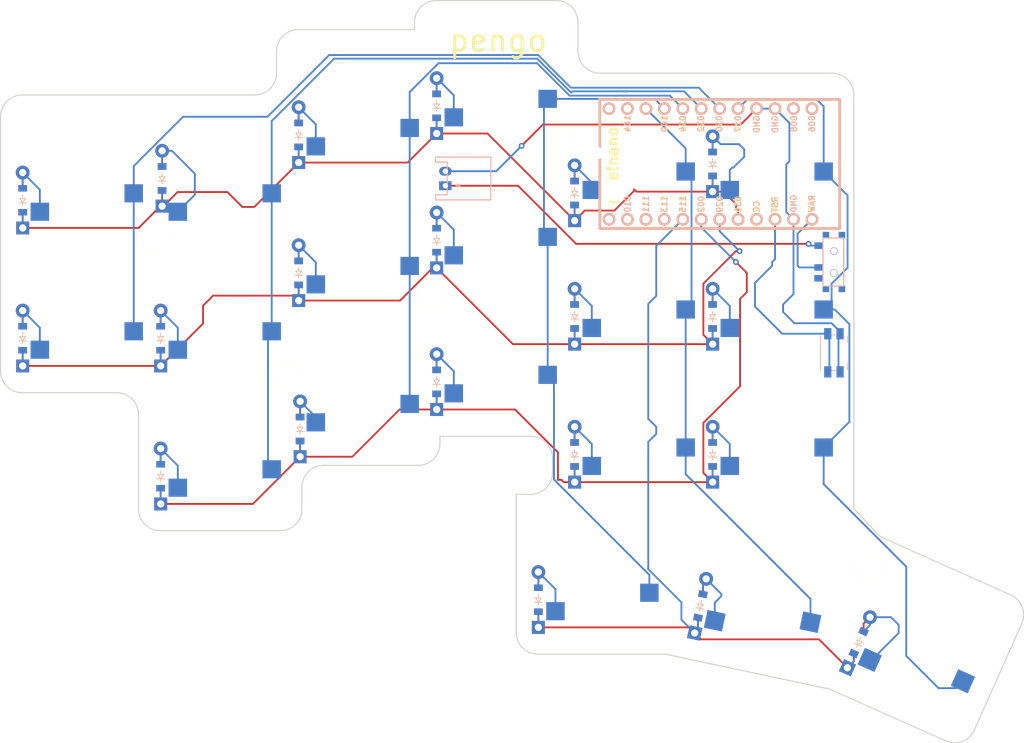
<source format=kicad_pcb>
(kicad_pcb (version 20240108) (generator "pcbnew") (generator_version "8.0")
  (title_block (title "left") (rev "v1.0.0") (company "Unknown"))
  (layers (0 "F.Cu" signal) (31 "B.Cu" signal) (34 "B.Paste" user) (35 "F.Paste" user) (36 "B.SilkS" user "B.Silkscreen") (37 "F.SilkS" user "F.Silkscreen") (38 "B.Mask" user) (39 "F.Mask" user) (44 "Edge.Cuts" user))
  (net 0 "")
  (net 1 "P020")
  (net 2 "outer_home")
  (net 3 "outer_top")
  (net 4 "P022")
  (net 5 "pinky_bottom")
  (net 6 "pinky_home")
  (net 7 "pinky_top")
  (net 8 "P024")
  (net 9 "ring_bottom")
  (net 10 "ring_home")
  (net 11 "ring_top")
  (net 12 "P100")
  (net 13 "middle_bottom")
  (net 14 "middle_home")
  (net 15 "middle_top")
  (net 16 "P011")
  (net 17 "index_bottom")
  (net 18 "index_home")
  (net 19 "index_top")
  (net 20 "P017")
  (net 21 "inner_bottom")
  (net 22 "inner_home")
  (net 23 "inner_top")
  (net 24 "near_thumb")
  (net 25 "home_thumb")
  (net 26 "far_thumb")
  (net 27 "RAW")
  (net 28 "GND")
  (net 29 "RST")
  (net 30 "VCC")
  (net 31 "P031")
  (net 32 "P029")
  (net 33 "P002")
  (net 34 "P115")
  (net 35 "P113")
  (net 36 "P111")
  (net 37 "P010")
  (net 38 "P009")
  (net 39 "P006")
  (net 40 "P008")
  (net 41 "P104")
  (net 42 "P106")
  (net 43 "pos")
  (footprint "E73:SPDT_C128955" (layer "F.Cu") (at 142.43 72.88 -90)
    (property "Reference" "T1" (hide yes))
    (property "Value" "" (hide yes))
  )
  (footprint "ComboDiode" (layer "F.Cu") (at 125.73 99.38 90)
    (property "Reference" "D11" (hide yes))
    (property "Value" "" (hide yes))
  )
  (footprint "ComboDiode" (layer "F.Cu") (at 30.73 64.38 90)
    (property "Reference" "D2" (hide yes))
    (property "Value" "" (hide yes))
  )
  (footprint "MX" (layer "F.Cu") (at 132.79444 118.519634 168)
    (property "Reference" "S19" (hide yes))
    (property "Value" "" (hide yes))
  )
  (footprint "ComboDiode" (layer "F.Cu") (at 49.93 61.38 90)
    (property "Reference" "D16" (hide yes))
    (property "Value" "" (hide yes))
  )
  (footprint "nice_nano" (layer "F.Cu") (at 125.43 59.38 180)
    (property "Reference" "MCU1" (hide yes))
    (property "Value" "nice_nano" (hide yes))
  )
  (footprint "MX" (layer "F.Cu") (at 133.93 76.88 180)
    (property "Reference" "S16" (hide yes))
    (property "Value" "" (hide yes))
  )
  (footprint "ComboDiode" (layer "F.Cu") (at 125.73 80.38 90)
    (property "Reference" "D12" (hide yes))
    (property "Value" "" (hide yes))
  )
  (footprint "MX" (layer "F.Cu") (at 57.93 79.88 180)
    (property "Reference" "S4" (hide yes))
    (property "Value" "" (hide yes))
  )
  (footprint "MX" (layer "F.Cu") (at 76.93 70.88 180)
    (property "Reference" "S7" (hide yes))
    (property "Value" "" (hide yes))
  )
  (footprint "MX" (layer "F.Cu") (at 76.93 89.88 180)
    (property "Reference" "S6" (hide yes))
    (property "Value" "" (hide yes))
  )
  (footprint "MX" (layer "F.Cu") (at 57.93 60.88 180)
    (property "Reference" "S5" (hide yes))
    (property "Value" "" (hide yes))
  )
  (footprint "ComboDiode" (layer "F.Cu") (at 49.73 83.38 90)
    (property "Reference" "D4" (hide yes))
    (property "Value" "" (hide yes))
  )
  (footprint "ComboDiode" (layer "F.Cu") (at 125.73 59.38 90)
    (property "Reference" "D20" (hide yes))
    (property "Value" "" (hide yes))
  )
  (footprint "MX" (layer "F.Cu") (at 114.93 76.88 180)
    (property "Reference" "S13" (hide yes))
    (property "Value" "" (hide yes))
  )
  (footprint "ComboDiode" (layer "F.Cu") (at 87.73 69.88 90)
    (property "Reference" "D18" (hide yes))
    (property "Value" "" (hide yes))
  )
  (footprint "MX" (layer "F.Cu") (at 114.93 95.88 180)
    (property "Reference" "S12" (hide yes))
    (property "Value" "" (hide yes))
  )
  (footprint "MX" (layer "F.Cu") (at 95.93 47.88 180)
    (property "Reference" "S11" (hide yes))
    (property "Value" "" (hide yes))
  )
  (footprint "MX" (layer "F.Cu") (at 133.93 57.88 180)
    (property "Reference" "S17" (hide yes))
    (property "Value" "" (hide yes))
  )
  (footprint "ComboDiode" (layer "F.Cu") (at 101.73 119.38 90)
    (property "Reference" "D13" (hide yes))
    (property "Value" "" (hide yes))
  )
  (footprint "MX" (layer "F.Cu") (at 109.93 115.88 180)
    (property "Reference" "S18" (hide yes))
    (property "Value" "" (hide yes))
  )
  (footprint "MX" (layer "F.Cu") (at 38.93 60.88 180)
    (property "Reference" "S2" (hide yes))
    (property "Value" "" (hide yes))
  )
  (footprint "ComboDiode" (layer "F.Cu") (at 106.73 99.38 90)
    (property "Reference" "D9" (hide yes))
    (property "Value" "" (hide yes))
  )
  (footprint "MX" (layer "F.Cu") (at 76.93 51.88 180)
    (property "Reference" "S8" (hide yes))
    (property "Value" "" (hide yes))
  )
  (footprint "ComboDiode" (layer "F.Cu") (at 124.045938 120.238275 78)
    (property "Reference" "D14" (hide yes))
    (property "Value" "" (hide yes))
  )
  (footprint "HOLE_M2_TH" (layer "F.Cu") (at 48.93 69.38)
    (property "Reference" "")
    (property "Value" "")
  )
  (footprint "JST_PH_S2B-PH-K_02x2.00mm_Angled" (layer "F.Cu") (at 88.93 61.38 90)
    (property "Reference" "JST1" (hide yes))
    (property "Value" "" (hide yes))
  )
  (footprint "ComboDiode" (layer "F.Cu") (at 145.841129 125.270182 66)
    (property "Reference" "D15" (hide yes))
    (property "Value" "" (hide yes))
  )
  (footprint "MX" (layer "F.Cu") (at 154.75578 125.408014 156)
    (property "Reference" "S20" (hide yes))
    (property "Value" "" (hide yes))
  )
  (footprint "HOLE_M2_TH" (layer "F.Cu") (at 104.93 56.38)
    (property "Reference" "")
    (property "Value" "")
  )
  (footprint "MX" (layer "F.Cu") (at 114.93 57.88 180)
    (property "Reference" "S14" (hide yes))
    (property "Value" "" (hide yes))
  )
  (footprint "ComboDiode" (layer "F.Cu") (at 49.73 102.38 90)
    (property "Reference" "D3" (hide yes))
    (property "Value" "" (hide yes))
  )
  (footprint "HOLE_M2_TH" (layer "F.Cu") (at 66.93 88.38)
    (property "Reference" "")
    (property "Value" "")
  )
  (footprint "MX" (layer "F.Cu") (at 133.93 95.88 180)
    (property "Reference" "S15" (hide yes))
    (property "Value" "" (hide yes))
  )
  (footprint "HOLE_M2_TH" (layer "F.Cu") (at 147.350568 114.995865 -24)
    (property "Reference" "")
    (property "Value" "")
  )
  (footprint "MX" (layer "F.Cu") (at 38.93 79.88 180)
    (property "Reference" "S1" (hide yes))
    (property "Value" "" (hide yes))
  )
  (footprint "MX" (layer "F.Cu") (at 95.93 66.88 180)
    (property "Reference" "S10" (hide yes))
    (property "Value" "" (hide yes))
  )
  (footprint "ComboDiode" (layer "F.Cu") (at 30.73 83.38 90)
    (property "Reference" "D1" (hide yes))
    (property "Value" "" (hide yes))
  )
  (footprint "ComboDiode" (layer "F.Cu") (at 106.73 63.38 90)
    (property "Reference" "D19" (hide yes))
    (property "Value" "" (hide yes))
  )
  (footprint "MX" (layer "F.Cu") (at 57.93 98.88 180)
    (property "Reference" "S3" (hide yes))
    (property "Value" "" (hide yes))
  )
  (footprint "MX" (layer "F.Cu") (at 95.93 85.88 180)
    (property "Reference" "S9" (hide yes))
    (property "Value" "" (hide yes))
  )
  (footprint "ComboDiode" (layer "F.Cu") (at 68.73 74.38 90)
    (property "Reference" "D5" (hide yes))
    (property "Value" "" (hide yes))
  )
  (footprint "Panasonic_EVQPUL_EVQPUC" (layer "F.Cu") (at 142.43 85.38 -90)
    (property "Reference" "B1" (hide yes))
    (property "Value" "Panasonic_EVQPUL_EVQPUC" (hide yes))
  )
  (footprint "HOLE_M2_TH" (layer "F.Cu") (at 86.93 77.38)
    (property "Reference" "")
    (property "Value" "")
  )
  (footprint "ComboDiode" (layer "F.Cu") (at 68.93 95.88 90)
    (property "Reference" "D17" (hide yes))
    (property "Value" "" (hide yes))
  )
  (footprint "ComboDiode" (layer "F.Cu") (at 68.73 55.38 90)
    (property "Reference" "D6" (hide yes))
    (property "Value" "" (hide yes))
  )
  (footprint "ComboDiode" (layer "F.Cu") (at 87.73 51.38 90)
    (property "Reference" "D8" (hide yes))
    (property "Value" "" (hide yes))
  )
  (footprint "ComboDiode" (layer "F.Cu") (at 87.73 89.38 90)
    (property "Reference" "D7" (hide yes))
    (property "Value" "" (hide yes))
  )
  (footprint "ComboDiode" (layer "F.Cu") (at 106.73 80.38 90)
    (property "Reference" "D10" (hide yes))
    (property "Value" "" (hide yes))
  )
  (gr_arc (start 30.68 90.88) (mid 28.55868 90.00132) (end 27.68 87.88) (stroke (width 0.15)) (layer "Edge.Cuts"))
  (gr_line (start 30.68 90.88) (end 43.68 90.88) (stroke (width 0.15)) (layer "Edge.Cuts"))
  (gr_line (start 110.18 46.88) (end 142.18 46.88) (stroke (width 0.15)) (layer "Edge.Cuts"))
  (gr_line (start 88.18 97.88) (end 88.18 96.88) (stroke (width 0.15)) (layer "Edge.Cuts"))
  (gr_arc (start 142.18 46.88) (mid 144.30132 47.75868) (end 145.18 49.88) (stroke (width 0.15)) (layer "Edge.Cuts"))
  (gr_arc (start 149.323035 110.917669) (mid 148.810181 110.622368) (end 148.365275 110.232138) (stroke (width 0.15)) (layer "Edge.Cuts"))
  (gr_line (start 149.323036 110.917668) (end 154.655638 113.322391) (stroke (width 0.15)) (layer "Edge.Cuts"))
  (gr_arc (start 104.18 36.88) (mid 106.30132 37.75868) (end 107.18 39.88) (stroke (width 0.15)) (layer "Edge.Cuts"))
  (gr_line (start 100.68 104.88) (end 98.68 104.88) (stroke (width 0.15)) (layer "Edge.Cuts"))
  (gr_line (start 119.50325 126.940251) (end 141.511571 131.618264) (stroke (width 0.15)) (layer "Edge.Cuts"))
  (gr_line (start 49.68 109.88) (end 66.18 109.88) (stroke (width 0.15)) (layer "Edge.Cuts"))
  (gr_line (start 65.68 43.88) (end 65.68 46.88) (stroke (width 0.15)) (layer "Edge.Cuts"))
  (gr_line (start 98.68 104.88) (end 98.68 123.88) (stroke (width 0.15)) (layer "Edge.Cuts"))
  (gr_arc (start 166.766633 118.71459) (mid 168.347165 120.380123) (end 168.28706 122.675437) (stroke (width 0.15)) (layer "Edge.Cuts"))
  (gr_line (start 88.18 96.88) (end 100.68 96.88) (stroke (width 0.15)) (layer "Edge.Cuts"))
  (gr_arc (start 49.68 109.88) (mid 47.55868 109.00132) (end 46.68 106.88) (stroke (width 0.15)) (layer "Edge.Cuts"))
  (gr_line (start 166.766633 118.714591) (end 154.668676 113.328234) (stroke (width 0.15)) (layer "Edge.Cuts"))
  (gr_line (start 161.779274 137.292164) (end 168.28706 122.675437) (stroke (width 0.15)) (layer "Edge.Cuts"))
  (gr_arc (start 101.68 126.88) (mid 99.55868 126.00132) (end 98.68 123.88) (stroke (width 0.15)) (layer "Edge.Cuts"))
  (gr_arc (start 161.779273 137.292165) (mid 160.113741 138.872696) (end 157.818427 138.812591) (stroke (width 0.15)) (layer "Edge.Cuts"))
  (gr_arc (start 43.68 90.88) (mid 45.80132 91.75868) (end 46.68 93.88) (stroke (width 0.15)) (layer "Edge.Cuts"))
  (gr_arc (start 84.68 39.88) (mid 85.55868 37.75868) (end 87.68 36.88) (stroke (width 0.15)) (layer "Edge.Cuts"))
  (gr_line (start 141.524378 131.558013) (end 157.818427 138.812591) (stroke (width 0.15)) (layer "Edge.Cuts"))
  (gr_line (start 30.68 49.88) (end 62.68 49.88) (stroke (width 0.15)) (layer "Edge.Cuts"))
  (gr_line (start 46.68 93.88) (end 46.68 106.88) (stroke (width 0.15)) (layer "Edge.Cuts"))
  (gr_line (start 27.68 87.88) (end 27.68 52.88) (stroke (width 0.15)) (layer "Edge.Cuts"))
  (gr_line (start 101.68 126.88) (end 119.516057 126.88) (stroke (width 0.15)) (layer "Edge.Cuts"))
  (gr_line (start 145.18 106.866436) (end 145.23 106.88) (stroke (width 0.15)) (layer "Edge.Cuts"))
  (gr_line (start 69.18 106.88) (end 69.18 103.88) (stroke (width 0.15)) (layer "Edge.Cuts"))
  (gr_arc (start 65.68 46.88) (mid 64.80132 49.00132) (end 62.68 49.88) (stroke (width 0.15)) (layer "Edge.Cuts"))
  (gr_line (start 84.68 40.88) (end 68.68 40.88) (stroke (width 0.15)) (layer "Edge.Cuts"))
  (gr_line (start 119.516057 126.88) (end 119.50325 126.940251) (stroke (width 0.15)) (layer "Edge.Cuts"))
  (gr_arc (start 154.668676 113.328233) (mid 154.662154 113.32532) (end 154.655638 113.322391) (stroke (width 0.15)) (layer "Edge.Cuts"))
  (gr_arc (start 69.18 103.88) (mid 70.05868 101.75868) (end 72.18 100.88) (stroke (width 0.15)) (layer "Edge.Cuts"))
  (gr_line (start 103.68 99.88) (end 103.68 101.88) (stroke (width 0.15)) (layer "Edge.Cuts"))
  (gr_arc (start 65.68 43.88) (mid 66.55868 41.75868) (end 68.68 40.88) (stroke (width 0.15)) (layer "Edge.Cuts"))
  (gr_arc (start 69.18 106.88) (mid 68.30132 109.00132) (end 66.18 109.88) (stroke (width 0.15)) (layer "Edge.Cuts"))
  (gr_line (start 145.18 106.866436) (end 145.18 49.88) (stroke (width 0.15)) (layer "Edge.Cuts"))
  (gr_arc (start 27.68 52.88) (mid 28.55868 50.75868) (end 30.68 49.88) (stroke (width 0.15)) (layer "Edge.Cuts"))
  (gr_line (start 141.511571 131.618264) (end 141.524378 131.558013) (stroke (width 0.15)) (layer "Edge.Cuts"))
  (gr_arc (start 110.18 46.88) (mid 108.05868 46.00132) (end 107.18 43.88) (stroke (width 0.15)) (layer "Edge.Cuts"))
  (gr_line (start 107.18 43.88) (end 107.18 39.88) (stroke (width 0.15)) (layer "Edge.Cuts"))
  (gr_line (start 104.18 36.88) (end 87.68 36.88) (stroke (width 0.15)) (layer "Edge.Cuts"))
  (gr_line (start 84.68 39.88) (end 84.68 40.88) (stroke (width 0.15)) (layer "Edge.Cuts"))
  (gr_arc (start 88.18 97.88) (mid 87.30132 100.00132) (end 85.18 100.88) (stroke (width 0.15)) (layer "Edge.Cuts"))
  (gr_arc (start 100.68 96.88) (mid 102.80132 97.75868) (end 103.68 99.88) (stroke (width 0.15)) (layer "Edge.Cuts"))
  (gr_line (start 72.18 100.88) (end 85.18 100.88) (stroke (width 0.15)) (layer "Edge.Cuts"))
  (gr_arc (start 103.68 101.88) (mid 102.80132 104.00132) (end 100.68 104.88) (stroke (width 0.15)) (layer "Edge.Cuts"))
  (gr_line (start 145.23 106.88) (end 148.365275 110.232138) (stroke (width 0.15)) (layer "Edge.Cuts"))
  (gr_text "pengo" (at 89.23 42.38 0) (layer "F.SilkS") (effects (font (size 3 3) (thickness 0.4)) (justify left)))
  (segment (start 46.015 82.42) (end 46.015 63.42) (width 0.25) (layer "B.Cu") (net 1))
  (segment (start 64.43 52.88) (end 72.93 44.38) (width 0.25) (layer "B.Cu") (net 1))
  (segment (start 101.702792 44.38) (end 106.202792 48.88) (width 0.25) (layer "B.Cu") (net 1))
  (segment (start 46.015 63.42) (end 46.015 59.678342) (width 0.25) (layer "B.Cu") (net 1))
  (segment (start 106.202792 48.88) (end 123.82 48.88) (width 0.25) (layer "B.Cu") (net 1))
  (segment (start 123.82 48.88) (end 126.7 51.76) (width 0.25) (layer "B.Cu") (net 1))
  (segment (start 72.93 44.38) (end 101.702792 44.38) (width 0.25) (layer "B.Cu") (net 1))
  (segment (start 52.813342 52.88) (end 64.43 52.88) (width 0.25) (layer "B.Cu") (net 1))
  (segment (start 46.015 59.678342) (end 52.813342 52.88) (width 0.25) (layer "B.Cu") (net 1))
  (segment (start 30.73 81.73) (end 30.73 79.57) (width 0.25) (layer "F.Cu") (net 2))
  (segment (start 33.088 81.928) (end 33.088 84.96) (width 0.25) (layer "B.Cu") (net 2))
  (segment (start 30.73 79.57) (end 30.73 81.73) (width 0.25) (layer "B.Cu") (net 2))
  (segment (start 30.73 79.57) (end 33.088 81.928) (width 0.25) (layer "B.Cu") (net 2))
  (segment (start 30.73 62.73) (end 30.73 60.57) (width 0.25) (layer "F.Cu") (net 3))
  (segment (start 30.73 60.57) (end 33.088 62.928) (width 0.25) (layer "B.Cu") (net 3))
  (segment (start 30.73 60.57) (end 30.73 62.73) (width 0.25) (layer "B.Cu") (net 3))
  (segment (start 33.088 62.928) (end 33.088 65.96) (width 0.25) (layer "B.Cu") (net 3))
  (segment (start 106.29 49.52) (end 106.206396 49.52) (width 0.25) (layer "B.Cu") (net 4))
  (segment (start 113.93 49.38) (end 113.43 49.38) (width 0.25) (layer "B.Cu") (net 4))
  (segment (start 64.505 100.91) (end 64.505 82.93) (width 0.25) (layer "B.Cu") (net 4))
  (segment (start 101.566396 44.88) (end 73.613342 44.88) (width 0.25) (layer "B.Cu") (net 4))
  (segment (start 64.505 82.93) (end 65.015 82.42) (width 0.25) (layer "B.Cu") (net 4))
  (segment (start 73.613342 44.88) (end 65.015 53.478342) (width 0.25) (layer "B.Cu") (net 4))
  (segment (start 113.93 49.38) (end 106.43 49.38) (width 0.25) (layer "B.Cu") (net 4))
  (segment (start 121.78 49.38) (end 113.93 49.38) (width 0.25) (layer "B.Cu") (net 4))
  (segment (start 65.015 101.42) (end 64.505 100.91) (width 0.25) (layer "B.Cu") (net 4))
  (segment (start 106.206396 49.52) (end 101.566396 44.88) (width 0.25) (layer "B.Cu") (net 4))
  (segment (start 65.015 63.42) (end 65.015 82.42) (width 0.25) (layer "B.Cu") (net 4))
  (segment (start 106.43 49.38) (end 106.29 49.52) (width 0.25) (layer "B.Cu") (net 4))
  (segment (start 124.16 51.76) (end 121.78 49.38) (width 0.25) (layer "B.Cu") (net 4))
  (segment (start 65.015 53.478342) (end 65.015 63.42) (width 0.25) (layer "B.Cu") (net 4))
  (segment (start 49.73 100.73) (end 49.73 98.57) (width 0.25) (layer "F.Cu") (net 5))
  (segment (start 49.73 98.57) (end 49.73 100.73) (width 0.25) (layer "B.Cu") (net 5))
  (segment (start 49.73 98.57) (end 52.088 100.928) (width 0.25) (layer "B.Cu") (net 5))
  (segment (start 52.088 100.928) (end 52.088 103.96) (width 0.25) (layer "B.Cu") (net 5))
  (segment (start 49.73 81.73) (end 49.73 79.57) (width 0.25) (layer "F.Cu") (net 6))
  (segment (start 49.73 79.57) (end 52.088 81.928) (width 0.25) (layer "B.Cu") (net 6))
  (segment (start 52.088 81.928) (end 52.088 84.96) (width 0.25) (layer "B.Cu") (net 6))
  (segment (start 49.73 81.73) (end 49.73 79.57) (width 0.25) (layer "B.Cu") (net 6))
  (segment (start 49.93 57.57) (end 49.93 59.73) (width 0.25) (layer "F.Cu") (net 7))
  (segment (start 54.43 63.618) (end 52.088 65.96) (width 0.25) (layer "B.Cu") (net 7))
  (segment (start 51.273684 57.57) (end 54.43 60.726316) (width 0.25) (layer "B.Cu") (net 7))
  (segment (start 49.93 57.57) (end 51.273684 57.57) (width 0.25) (layer "B.Cu") (net 7))
  (segment (start 49.93 59.73) (end 49.93 57.57) (width 0.25) (layer "B.Cu") (net 7))
  (segment (start 54.43 60.726316) (end 54.43 63.618) (width 0.25) (layer "B.Cu") (net 7))
  (segment (start 101.5611 45.5111) (end 87.982242 45.5111) (width 0.25) (layer "B.Cu") (net 8))
  (segment (start 87.982242 45.5111) (end 84.015 49.478342) (width 0.25) (layer "B.Cu") (net 8))
  (segment (start 121.62 51.76) (end 119.83 49.97) (width 0.25) (layer "B.Cu") (net 8))
  (segment (start 106.02 49.97) (end 101.5611 45.5111) (width 0.25) (layer "B.Cu") (net 8))
  (segment (start 84.015 49.478342) (end 84.015 54.42) (width 0.25) (layer "B.Cu") (net 8))
  (segment (start 119.83 49.97) (end 106.02 49.97) (width 0.25) (layer "B.Cu") (net 8))
  (segment (start 84.015 92.42) (end 84.015 73.42) (width 0.25) (layer "B.Cu") (net 8))
  (segment (start 84.015 54.42) (end 84.015 73.42) (width 0.25) (layer "B.Cu") (net 8))
  (segment (start 68.93 94.23) (end 68.93 92.07) (width 0.25) (layer "F.Cu") (net 9))
  (segment (start 68.93 92.07) (end 71.088 94.228) (width 0.25) (layer "B.Cu") (net 9))
  (segment (start 71.088 94.228) (end 71.088 94.96) (width 0.25) (layer "B.Cu") (net 9))
  (segment (start 68.93 92.07) (end 68.93 94.23) (width 0.25) (layer "B.Cu") (net 9))
  (segment (start 68.73 72.73) (end 68.73 70.57) (width 0.25) (layer "F.Cu") (net 10))
  (segment (start 68.73 70.57) (end 68.73 72.73) (width 0.25) (layer "B.Cu") (net 10))
  (segment (start 71.088 72.928) (end 71.088 75.96) (width 0.25) (layer "B.Cu") (net 10))
  (segment (start 68.73 70.57) (end 71.088 72.928) (width 0.25) (layer "B.Cu") (net 10))
  (segment (start 68.73 53.73) (end 68.73 51.57) (width 0.25) (layer "F.Cu") (net 11))
  (segment (start 68.73 51.57) (end 68.73 53.73) (width 0.25) (layer "B.Cu") (net 11))
  (segment (start 71.088 53.928) (end 71.088 56.96) (width 0.25) (layer "B.Cu") (net 11))
  (segment (start 68.73 51.57) (end 71.088 53.928) (width 0.25) (layer "B.Cu") (net 11))
  (segment (start 103.015 69.42) (end 103.015 88.42) (width 0.25) (layer "B.Cu") (net 12))
  (segment (start 119.08 51.76) (end 117.74 50.42) (width 0.25) (layer "B.Cu") (net 12))
  (segment (start 102.505 68.91) (end 103.015 69.42) (width 0.25) (layer "B.Cu") (net 12))
  (segment (start 103.015 88.42) (end 103.882479 89.287479) (width 0.25) (layer "B.Cu") (net 12))
  (segment (start 103.882479 89.287479) (end 103.882479 102.832479) (width 0.25) (layer "B.Cu") (net 12))
  (segment (start 117.015 115.965) (end 117.015 118.42) (width 0.25) (layer "B.Cu") (net 12))
  (segment (start 103.015 50.42) (end 102.505 50.93) (width 0.25) (layer "B.Cu") (net 12))
  (segment (start 102.505 50.93) (end 102.505 68.91) (width 0.25) (layer "B.Cu") (net 12))
  (segment (start 117.74 50.42) (end 103.015 50.42) (width 0.25) (layer "B.Cu") (net 12))
  (segment (start 103.882479 102.832479) (end 117.015 115.965) (width 0.25) (layer "B.Cu") (net 12))
  (segment (start 87.73 87.73) (end 87.73 85.57) (width 0.25) (layer "F.Cu") (net 13))
  (segment (start 90.088 87.928) (end 90.088 90.96) (width 0.25) (layer "B.Cu") (net 13))
  (segment (start 87.73 85.57) (end 87.73 87.73) (width 0.25) (layer "B.Cu") (net 13))
  (segment (start 87.73 85.57) (end 90.088 87.928) (width 0.25) (layer "B.Cu") (net 13))
  (segment (start 87.73 68.23) (end 87.73 66.07) (width 0.25) (layer "F.Cu") (net 14))
  (segment (start 90.088 68.428) (end 90.088 71.96) (width 0.25) (layer "B.Cu") (net 14))
  (segment (start 87.73 66.07) (end 90.088 68.428) (width 0.25) (layer "B.Cu") (net 14))
  (segment (start 87.73 66.07) (end 87.73 68.23) (width 0.25) (layer "B.Cu") (net 14))
  (segment (start 87.73 49.73) (end 87.73 47.57) (width 0.25) (layer "F.Cu") (net 15))
  (segment (start 87.73 47.57) (end 87.73 49.73) (width 0.25) (layer "B.Cu") (net 15))
  (segment (start 90.088 49.928) (end 90.088 52.96) (width 0.25) (layer "B.Cu") (net 15))
  (segment (start 87.73 47.57) (end 90.088 49.928) (width 0.25) (layer "B.Cu") (net 15))
  (segment (start 122.8213 61.2263) (end 122.015 60.42) (width 0.25) (layer "B.Cu") (net 16))
  (segment (start 122.015 57.235) (end 122.015 60.42) (width 0.25) (layer "B.Cu") (net 16))
  (segment (start 116.54 51.76) (end 122.015 57.235) (width 0.25) (layer "B.Cu") (net 16))
  (segment (start 122.015 98.42) (end 122.015 79.42) (width 0.25) (layer "B.Cu") (net 16))
  (segment (start 122.015 79.42) (end 122.8213 78.6137) (width 0.25) (layer "B.Cu") (net 16))
  (segment (start 122.8213 78.6137) (end 122.8213 61.2263) (width 0.25) (layer "B.Cu") (net 16))
  (segment (start 139.19652 119.275231) (end 122.015 102.093711) (width 0.25) (layer "B.Cu") (net 16))
  (segment (start 122.015 102.093711) (end 122.015 98.42) (width 0.25) (layer "B.Cu") (net 16))
  (segment (start 139.19652 122.477183) (end 139.19652 119.275231) (width 0.25) (layer "B.Cu") (net 16))
  (segment (start 106.73 97.73) (end 106.73 95.57) (width 0.25) (layer "F.Cu") (net 17))
  (segment (start 106.73 95.57) (end 109.088 97.928) (width 0.25) (layer "B.Cu") (net 17))
  (segment (start 109.088 97.928) (end 109.088 100.96) (width 0.25) (layer "B.Cu") (net 17))
  (segment (start 106.73 95.57) (end 106.73 97.73) (width 0.25) (layer "B.Cu") (net 17))
  (segment (start 106.73 78.73) (end 106.73 76.57) (width 0.25) (layer "F.Cu") (net 18))
  (segment (start 106.73 76.57) (end 109.088 78.928) (width 0.25) (layer "B.Cu") (net 18))
  (segment (start 106.73 76.57) (end 106.73 78.73) (width 0.25) (layer "B.Cu") (net 18))
  (segment (start 109.088 78.928) (end 109.088 81.96) (width 0.25) (layer "B.Cu") (net 18))
  (segment (start 106.73 61.73) (end 106.73 59.57) (width 0.25) (layer "F.Cu") (net 19))
  (segment (start 106.73 59.57) (end 109.088 61.928) (width 0.25) (layer "B.Cu") (net 19))
  (segment (start 106.73 59.57) (end 106.73 61.73) (width 0.25) (layer "B.Cu") (net 19))
  (segment (start 109.088 61.928) (end 109.088 62.96) (width 0.25) (layer "B.Cu") (net 19))
  (segment (start 144.555 94.88) (end 144.555 81.435) (width 0.25) (layer "B.Cu") (net 20))
  (segment (start 140.1087 50.5587) (end 141.015 51.465) (width 0.25) (layer "B.Cu") (net 20))
  (segment (start 144.305 73.671726) (end 144.305 63.71) (width 0.25) (layer "B.Cu") (net 20))
  (segment (start 141.015 103.465) (end 141.015 98.42) (width 0.25) (layer "B.Cu") (net 20))
  (segment (start 130.4413 50.5587) (end 140.1087 50.5587) (width 0.25) (layer "B.Cu") (net 20))
  (segment (start 144.305 63.71) (end 141.015 60.42) (width 0.25) (layer "B.Cu") (net 20))
  (segment (start 142.105 78.33) (end 142.105 75.871726) (width 0.25) (layer "B.Cu") (net 20))
  (segment (start 141.015 51.465) (end 141.015 60.42) (width 0.25) (layer "B.Cu") (net 20))
  (segment (start 152.38688 114.83688) (end 141.015 103.465) (width 0.25) (layer "B.Cu") (net 20))
  (segment (start 142.54 79.42) (end 141.015 79.42) (width 0.25) (layer "B.Cu") (net 20))
  (segment (start 129.24 51.76) (end 130.4413 50.5587) (width 0.25) (layer "B.Cu") (net 20))
  (segment (start 152.38688 127.113339) (end 152.38688 114.83688) (width 0.25) (layer "B.Cu") (net 20))
  (segment (start 141.015 98.42) (end 144.555 94.88) (width 0.25) (layer "B.Cu") (net 20))
  (segment (start 160.195138 130.610149) (end 159.248371 131.556916) (width 0.25) (layer "B.Cu") (net 20))
  (segment (start 141.015 79.42) (end 142.105 78.33) (width 0.25) (layer "B.Cu") (net 20))
  (segment (start 144.555 81.435) (end 142.54 79.42) (width 0.25) (layer "B.Cu") (net 20))
  (segment (start 159.248371 131.556916) (end 156.830457 131.556916) (width 0.25) (layer "B.Cu") (net 20))
  (segment (start 156.830457 131.556916) (end 152.38688 127.113339) (width 0.25) (layer "B.Cu") (net 20))
  (segment (start 142.105 75.871726) (end 144.305 73.671726) (width 0.25) (layer "B.Cu") (net 20))
  (segment (start 125.73 97.73) (end 125.73 95.57) (width 0.25) (layer "F.Cu") (net 21))
  (segment (start 128.088 97.928) (end 128.088 100.96) (width 0.25) (layer "B.Cu") (net 21))
  (segment (start 125.73 95.57) (end 128.088 97.928) (width 0.25) (layer "B.Cu") (net 21))
  (segment (start 125.73 95.57) (end 125.73 97.73) (width 0.25) (layer "B.Cu") (net 21))
  (segment (start 125.73 78.73) (end 125.73 76.57) (width 0.25) (layer "F.Cu") (net 22))
  (segment (start 125.73 76.57) (end 125.73 78.73) (width 0.25) (layer "B.Cu") (net 22))
  (segment (start 128.088 78.928) (end 125.73 76.57) (width 0.25) (layer "B.Cu") (net 22))
  (segment (start 128.088 81.96) (end 128.088 78.928) (width 0.25) (layer "B.Cu") (net 22))
  (segment (start 125.73 57.73) (end 125.73 55.57) (width 0.25) (layer "F.Cu") (net 23))
  (segment (start 128.43 59.88) (end 128.088 60.222) (width 0.25) (layer "B.Cu") (net 23))
  (segment (start 130.0759 58.387784) (end 128.583684 59.88) (width 0.25) (layer "B.Cu") (net 23))
  (segment (start 125.73 55.57) (end 125.73 57.73) (width 0.25) (layer "B.Cu") (net 23))
  (segment (start 125.73 55.57) (end 126.8141 56.6541) (width 0.25) (layer "B.Cu") (net 23))
  (segment (start 128.088 60.222) (end 128.088 62.96) (width 0.25) (layer "B.Cu") (net 23))
  (segment (start 129.357784 56.6541) (end 130.0759 57.372216) (width 0.25) (layer "B.Cu") (net 23))
  (segment (start 128.583684 59.88) (end 128.43 59.88) (width 0.25) (layer "B.Cu") (net 23))
  (segment (start 126.8141 56.6541) (end 129.357784 56.6541) (width 0.25) (layer "B.Cu") (net 23))
  (segment (start 130.0759 57.372216) (end 130.0759 58.387784) (width 0.25) (layer "B.Cu") (net 23))
  (segment (start 101.73 117.73) (end 101.73 115.57) (width 0.25) (layer "F.Cu") (net 24))
  (segment (start 101.73 117.73) (end 101.73 115.57) (width 0.25) (layer "B.Cu") (net 24))
  (segment (start 104.088 117.928) (end 104.088 120.96) (width 0.25) (layer "B.Cu") (net 24))
  (segment (start 101.73 115.57) (end 104.088 117.928) (width 0.25) (layer "B.Cu") (net 24))
  (segment (start 124.388992 116.960624) (end 124.838083 116.511533) (width 0.25) (layer "F.Cu") (net 25))
  (segment (start 124.388992 118.624331) (end 124.388992 116.960624) (width 0.25) (layer "F.Cu") (net 25))
  (segment (start 126.93 118.603451) (end 126.93 118.88) (width 0.25) (layer "B.Cu") (net 25))
  (segment (start 126.02391 119.78609) (end 126.02391 122.274004) (width 0.25) (layer "B.Cu") (net 25))
  (segment (start 126.93 118.88) (end 126.02391 119.78609) (width 0.25) (layer "B.Cu") (net 25))
  (segment (start 124.388992 116.960623) (end 124.838082 116.511533) (width 0.25) (layer "B.Cu") (net 25))
  (segment (start 124.838082 116.511533) (end 126.93 118.603451) (width 0.25) (layer "B.Cu") (net 25))
  (segment (start 124.388992 118.624331) (end 124.388992 116.960623) (width 0.25) (layer "B.Cu") (net 25))
  (segment (start 146.512244 122.668126) (end 147.390796 121.789574) (width 0.25) (layer "F.Cu") (net 26))
  (segment (start 146.512244 123.762832) (end 146.512244 122.668126) (width 0.25) (layer "F.Cu") (net 26))
  (segment (start 151.340869 122.834008) (end 151.340869 123.969131) (width 0.25) (layer "B.Cu") (net 26))
  (segment (start 147.390796 121.789574) (end 150.296435 121.789574) (width 0.25) (layer "B.Cu") (net 26))
  (segment (start 147.637331 127.672669) (end 147.352625 127.672669) (width 0.25) (layer "B.Cu") (net 26))
  (segment (start 147.390796 121.789574) (end 147.390796 122.88428) (width 0.25) (layer "B.Cu") (net 26))
  (segment (start 147.390796 122.88428) (end 146.512244 123.762832) (width 0.25) (layer "B.Cu") (net 26))
  (segment (start 151.340869 123.969131) (end 147.637331 127.672669) (width 0.25) (layer "B.Cu") (net 26))
  (segment (start 150.296435 121.789574) (end 151.340869 122.834008) (width 0.25) (layer "B.Cu") (net 26))
  (segment (start 140.355 73.63) (end 137.68 73.63) (width 0.25) (layer "B.Cu") (net 27))
  (segment (start 137.68 73.63) (end 137.43 73.38) (width 0.25) (layer "B.Cu") (net 27))
  (segment (start 137.43 68.97) (end 139.4 67) (width 0.25) (layer "B.Cu") (net 27))
  (segment (start 137.43 73.38) (end 137.43 68.97) (width 0.25) (layer "B.Cu") (net 27))
  (segment (start 131.78 51.76) (end 129.585 53.955) (width 0.25) (layer "F.Cu") (net 28))
  (segment (start 129.585 53.955) (end 102.355 53.955) (width 0.25) (layer "F.Cu") (net 28))
  (segment (start 102.355 53.955) (end 99.43 56.88) (width 0.25) (layer "F.Cu") (net 28))
  (via (at 99.43 56.88) (size 0.8) (drill 0.4) (layers "F.Cu" "B.Cu") (net 28))
  (segment (start 136.980152 81.311802) (end 135.43 79.76165) (width 0.25) (layer "B.Cu") (net 28))
  (segment (start 136.2989 59.0111) (end 135.865 59.445) (width 0.25) (layer "B.Cu") (net 28))
  (segment (start 135.43 78.730131) (end 136.86 77.300131) (width 0.25) (layer "B.Cu") (net 28))
  (segment (start 142.111802 81.311802) (end 136.980152 81.311802) (width 0.25) (layer "B.Cu") (net 28))
  (segment (start 136.2989 53.7389) (end 136.2989 59.0111) (width 0.25) (layer "B.Cu") (net 28))
  (segment (start 134.32 51.76) (end 136.2989 53.7389) (width 0.25) (layer "B.Cu") (net 28))
  (segment (start 99.43 56.88) (end 95.93 60.38) (width 0.25) (layer "B.Cu") (net 28))
  (segment (start 143.055 82.98) (end 143.28 82.755) (width 0.25) (layer "B.Cu") (net 28))
  (segment (start 95.93 60.38) (end 88.93 60.38) (width 0.25) (layer "B.Cu") (net 28))
  (segment (start 135.865 59.445) (end 135.865 66.005) (width 0.25) (layer "B.Cu") (net 28))
  (segment (start 143.28 82.755) (end 143.28 82.48) (width 0.25) (layer "B.Cu") (net 28))
  (segment (start 136.86 77.300131) (end 136.86 67) (width 0.25) (layer "B.Cu") (net 28))
  (segment (start 143.28 88.005) (end 143.055 87.78) (width 0.25) (layer "B.Cu") (net 28))
  (segment (start 143.055 87.78) (end 143.055 82.98) (width 0.25) (layer "B.Cu") (net 28))
  (segment (start 135.43 79.76165) (end 135.43 78.730131) (width 0.25) (layer "B.Cu") (net 28))
  (segment (start 131.78 51.76) (end 134.32 51.76) (width 0.25) (layer "B.Cu") (net 28))
  (segment (start 135.865 66.005) (end 136.86 67) (width 0.25) (layer "B.Cu") (net 28))
  (segment (start 143.28 82.48) (end 142.111802 81.311802) (width 0.25) (layer "B.Cu") (net 28))
  (segment (start 133.93 73.38) (end 133.93 72.88) (width 0.25) (layer "B.Cu") (net 29))
  (segment (start 141.805 82.98) (end 141.58 82.755) (width 0.25) (layer "B.Cu") (net 29))
  (segment (start 141.805 87.78) (end 141.805 82.98) (width 0.25) (layer "B.Cu") (net 29))
  (segment (start 134.32 72.49) (end 134.32 67) (width 0.25) (layer "B.Cu") (net 29))
  (segment (start 131.5611 75.7489) (end 133.93 73.38) (width 0.25) (layer "B.Cu") (net 29))
  (segment (start 141.58 88.005) (end 141.805 87.78) (width 0.25) (layer "B.Cu") (net 29))
  (segment (start 131.5611 79.0111) (end 131.5611 75.7489) (width 0.25) (layer "B.Cu") (net 29))
  (segment (start 141.58 82.755) (end 135.305 82.755) (width 0.25) (layer "B.Cu") (net 29))
  (segment (start 135.305 82.755) (end 131.5611 79.0111) (width 0.25) (layer "B.Cu") (net 29))
  (segment (start 133.93 72.88) (end 134.32 72.49) (width 0.25) (layer "B.Cu") (net 29))
  (segment (start 125.73 63.19) (end 127.24 63.19) (width 0.25) (layer "F.Cu") (net 31))
  (segment (start 87.73 55.19) (end 87.73 53.03) (width 0.25) (layer "F.Cu") (net 31))
  (segment (start 49.93 65.19) (end 49.93 63.03) (width 0.25) (layer "F.Cu") (net 31))
  (segment (start 68.73 59.19) (end 68.73 57.03) (width 0.25) (layer "F.Cu") (net 31))
  (segment (start 114.93 62.88) (end 115.24 63.19) (width 0.25) (layer "F.Cu") (net 31))
  (segment (start 106.73 65.03) (end 106.73 67.19) (width 0.25) (layer "F.Cu") (net 31))
  (segment (start 112.20295 65.7987) (end 114.93 63.07165) (width 0.25) (layer "F.Cu") (net 31))
  (segment (start 49.690532 65.19) (end 49.93 65.19) (width 0.25) (layer "F.Cu") (net 31))
  (segment (start 46.690532 68.19) (end 49.690532 65.19) (width 0.25) (layer "F.Cu") (net 31))
  (segment (start 68.73 59.19) (end 83.73 59.19) (width 0.25) (layer "F.Cu") (net 31))
  (segment (start 62.625 65.295) (end 68.73 59.19) (width 0.25) (layer "F.Cu") (net 31))
  (segment (start 106.73 67.19) (end 108.1213 65.7987) (width 0.25) (layer "F.Cu") (net 31))
  (segment (start 58.91725 63.2489) (end 60.96335 65.295) (width 0.25) (layer "F.Cu") (net 31))
  (segment (start 128.93 64.88) (end 128.93 65.38) (width 0.25) (layer "F.Cu") (net 31))
  (segment (start 87.73 55.19) (end 94.73 55.19) (width 0.25) (layer "F.Cu") (net 31))
  (segment (start 129.24 65.69) (end 129.24 67) (width 0.25) (layer "F.Cu") (net 31))
  (segment (start 49.93 65.19) (end 50.12 65.19) (width 0.25) (layer "F.Cu") (net 31))
  (segment (start 30.73 66.03) (end 30.73 68.19) (width 0.25) (layer "F.Cu") (net 31))
  (segment (start 125.73 61.03) (end 125.73 63.19) (width 0.25) (layer "F.Cu") (net 31))
  (segment (start 108.1213 65.7987) (end 112.20295 65.7987) (width 0.25) (layer "F.Cu") (net 31))
  (segment (start 52.0611 63.2489) (end 58.91725 63.2489) (width 0.25) (layer "F.Cu") (net 31))
  (segment (start 94.73 55.19) (end 106.73 67.19) (width 0.25) (layer "F.Cu") (net 31))
  (segment (start 128.93 65.38) (end 129.24 65.69) (width 0.25) (layer "F.Cu") (net 31))
  (segment (start 127.24 63.19) (end 128.93 64.88) (width 0.25) (layer "F.Cu") (net 31))
  (segment (start 50.12 65.19) (end 52.0611 63.2489) (width 0.25) (layer "F.Cu") (net 31))
  (segment (start 60.96335 65.295) (end 62.625 65.295) (width 0.25) (layer "F.Cu") (net 31))
  (segment (start 115.24 63.19) (end 125.73 63.19) (width 0.25) (layer "F.Cu") (net 31))
  (segment (start 30.73 68.19) (end 46.690532 68.19) (width 0.25) (layer "F.Cu") (net 31))
  (segment (start 114.93 63.07165) (end 114.93 62.88) (width 0.25) (layer "F.Cu") (net 31))
  (segment (start 83.73 59.19) (end 87.73 55.19) (width 0.25) (layer "F.Cu") (net 31))
  (segment (start 106.73 65.03) (end 106.73 67.19) (width 0.25) (layer "B.Cu") (net 31))
  (segment (start 87.73 53.03) (end 87.73 55.19) (width 0.25) (layer "B.Cu") (net 31))
  (segment (start 68.73 57.03) (end 68.73 59.19) (width 0.25) (layer "B.Cu") (net 31))
  (segment (start 125.73 61.03) (end 125.73 63.19) (width 0.25) (layer "B.Cu") (net 31))
  (segment (start 49.93 65.19) (end 49.93 63.03) (width 0.25) (layer "B.Cu") (net 31))
  (segment (start 30.73 66.03) (end 30.73 68.19) (width 0.25) (layer "B.Cu") (net 31))
  (segment (start 87.73 73.69) (end 87.73 71.53) (width 0.25) (layer "F.Cu") (net 32))
  (segment (start 55.5611 78.898769) (end 56.948769 77.5111) (width 0.25) (layer "F.Cu") (net 32))
  (segment (start 98.23 84.19) (end 106.73 84.19) (width 0.25) (layer "F.Cu") (net 32))
  (segment (start 30.73 87.19) (end 49.73 87.19) (width 0.25) (layer "F.Cu") (net 32))
  (segment (start 128.93 71.38) (end 129.43 71.38) (width 0.25) (layer "F.Cu") (net 32))
  (segment (start 124.4525 75.8575) (end 128.93 71.38) (width 0.25) (layer "F.Cu") (net 32))
  (segment (start 125.73 84.19) (end 125.73 82.03) (width 0.25) (layer "F.Cu") (net 32))
  (segment (start 106.73 84.19) (end 125.73 84.19) (width 0.25) (layer "F.Cu") (net 32))
  (segment (start 87.190532 73.69) (end 87.73 73.69) (width 0.25) (layer "F.Cu") (net 32))
  (segment (start 55.5611 81.3589) (end 55.5611 78.898769) (width 0.25) (layer "F.Cu") (net 32))
  (segment (start 125.73 84.19) (end 124.4525 82.9125) (width 0.25) (layer "F.Cu") (net 32))
  (segment (start 68.73 78.19) (end 82.690532 78.19) (width 0.25) (layer "F.Cu") (net 32))
  (segment (start 124.4525 82.9125) (end 124.4525 75.8575) (width 0.25) (layer "F.Cu") (net 32))
  (segment (start 82.690532 78.19) (end 87.190532 73.69) (width 0.25) (layer "F.Cu") (net 32))
  (segment (start 68.73 78.19) (end 68.73 76.03) (width 0.25) (layer "F.Cu") (net 32))
  (segment (start 56.948769 77.5111) (end 68.0511 77.5111) (width 0.25) (layer "F.Cu") (net 32))
  (segment (start 49.73 87.19) (end 55.5611 81.3589) (width 0.25) (layer "F.Cu") (net 32))
  (segment (start 87.73 73.69) (end 98.23 84.19) (width 0.25) (layer "F.Cu") (net 32))
  (segment (start 49.73 87.19) (end 49.73 85.03) (width 0.25) (layer "F.Cu") (net 32))
  (segment (start 106.73 82.03) (end 106.73 84.19) (width 0.25) (layer "F.Cu") (net 32))
  (segment (start 68.0511 77.5111) (end 68.73 78.19) (width 0.25) (layer "F.Cu") (net 32))
  (segment (start 30.73 85.03) (end 30.73 87.19) (width 0.25) (layer "F.Cu") (net 32))
  (via (at 129.43 71.38) (size 0.8) (drill 0.4) (layers "F.Cu" "B.Cu") (net 32))
  (segment (start 125.73 82.03) (end 125.73 84.19) (width 0.25) (layer "B.Cu") (net 32))
  (segment (start 49.73 85.03) (end 49.73 87.19) (width 0.25) (layer "B.Cu") (net 32))
  (segment (start 30.73 85.03) (end 30.73 87.19) (width 0.25) (layer "B.Cu") (net 32))
  (segment (start 126.7 68.65) (end 126.7 67) (width 0.25) (layer "B.Cu") (net 32))
  (segment (start 129.43 71.38) (end 126.7 68.65) (width 0.25) (layer "B.Cu") (net 32))
  (segment (start 106.73 82.03) (end 106.73 84.19) (width 0.25) (layer "B.Cu") (net 32))
  (segment (start 87.73 71.53) (end 87.73 73.69) (width 0.25) (layer "B.Cu") (net 32))
  (segment (start 68.73 78.19) (end 68.73 76.03) (width 0.25) (layer "B.Cu") (net 32))
  (segment (start 98.519218 93.19) (end 104.43 99.100782) (width 0.25) (layer "F.Cu") (net 33))
  (segment (start 104.43 102.88) (end 104.93 102.88) (width 0.25) (layer "F.Cu") (net 33))
  (segment (start 82.62165 93.19) (end 87.73 93.19) (width 0.25) (layer "F.Cu") (net 33))
  (segment (start 129.506842 77.956842) (end 130.43 77.033684) (width 0.25) (layer "F.Cu") (net 33))
  (segment (start 125.73 103.19) (end 125.73 101.03) (width 0.25) (layer "F.Cu") (net 33))
  (segment (start 104.43 99.100782) (end 104.43 102.88) (width 0.25) (layer "F.Cu") (net 33))
  (segment (start 130.43 74.38) (end 128.93 72.88) (width 0.25) (layer "F.Cu") (net 33))
  (segment (start 87.73 93.19) (end 87.73 91.03) (width 0.25) (layer "F.Cu") (net 33))
  (segment (start 76.12165 99.69) (end 82.62165 93.19) (width 0.25) (layer "F.Cu") (net 33))
  (segment (start 124.4525 95.040842) (end 129.506842 89.9865) (width 0.25) (layer "F.Cu") (net 33))
  (segment (start 68.93 99.69) (end 68.93 97.53) (width 0.25) (layer "F.Cu") (net 33))
  (segment (start 124.4525 101.9125) (end 124.4525 95.040842) (width 0.25) (layer "F.Cu") (net 33))
  (segment (start 49.73 106.19) (end 62.43 106.19) (width 0.25) (layer "F.Cu") (net 33))
  (segment (start 68.93 99.69) (end 76.12165 99.69) (width 0.25) (layer "F.Cu") (net 33))
  (segment (start 49.73 106.19) (end 49.73 104.03) (width 0.25) (layer "F.Cu") (net 33))
  (segment (start 129.506842 89.9865) (end 129.506842 77.956842) (width 0.25) (layer "F.Cu") (net 33))
  (segment (start 105.24 103.19) (end 106.73 103.19) (width 0.25) (layer "F.Cu") (net 33))
  (segment (start 125.73 103.19) (end 124.4525 101.9125) (width 0.25) (layer "F.Cu") (net 33))
  (segment (start 106.73 103.19) (end 106.73 101.03) (width 0.25) (layer "F.Cu") (net 33))
  (segment (start 104.93 102.88) (end 105.24 103.19) (width 0.25) (layer "F.Cu") (net 33))
  (segment (start 106.73 103.19) (end 125.73 103.19) (width 0.25) (layer "F.Cu") (net 33))
  (segment (start 62.43 106.19) (end 68.93 99.69) (width 0.25) (layer "F.Cu") (net 33))
  (segment (start 87.73 93.19) (end 98.519218 93.19) (width 0.25) (layer "F.Cu") (net 33))
  (segment (start 130.43 77.033684) (end 130.43 74.38) (width 0.25) (layer "F.Cu") (net 33))
  (via (at 128.93 72.88) (size 0.8) (drill 0.4) (layers "F.Cu" "B.Cu") (net 33))
  (segment (start 87.73 91.03) (end 87.73 93.19) (width 0.25) (layer "B.Cu") (net 33))
  (segment (start 124.16 68.11) (end 124.16 67) (width 0.25) (layer "B.Cu") (net 33))
  (segment (start 68.93 97.53) (end 68.93 99.69) (width 0.25) (layer "B.Cu") (net 33))
  (segment (start 125.73 101.03) (end 125.73 103.19) (width 0.25) (layer "B.Cu") (net 33))
  (segment (start 49.73 104.03) (end 49.73 106.19) (width 0.25) (layer "B.Cu") (net 33))
  (segment (start 106.73 101.03) (end 106.73 103.19) (width 0.25) (layer "B.Cu") (net 33))
  (segment (start 128.93 72.88) (end 124.16 68.11) (width 0.25) (layer "B.Cu") (net 33))
  (segment (start 101.73 123.19) (end 122.478777 123.19) (width 0.25) (layer "F.Cu") (net 34))
  (segment (start 124.124305 124.835528) (end 140.3762 124.835528) (width 0.25) (layer "F.Cu") (net 34))
  (segment (start 122.478777 123.19) (end 123.253794 123.965017) (width 0.25) (layer "F.Cu") (net 34))
  (segment (start 145.170014 127.872238) (end 144.291462 128.75079) (width 0.25) (layer "F.Cu") (net 34))
  (segment (start 145.170014 126.777532) (end 145.170014 127.872238) (width 0.25) (layer "F.Cu") (net 34))
  (segment (start 101.73 121.03) (end 101.73 123.19) (width 0.25) (layer "F.Cu") (net 34))
  (segment (start 123.702884 121.852219) (end 123.702884 123.515926) (width 0.25) (layer "F.Cu") (net 34))
  (segment (start 123.702884 123.515926) (end 123.253793 123.965017) (width 0.25) (layer "F.Cu") (net 34))
  (segment (start 123.253794 123.965017) (end 124.124305 124.835528) (width 0.25) (layer "F.Cu") (net 34))
  (segment (start 140.3762 124.835528) (end 144.291462 128.75079) (width 0.25) (layer "F.Cu") (net 34))
  (segment (start 123.702884 123.515927) (end 123.253794 123.965017) (width 0.25) (layer "B.Cu") (net 34))
  (segment (start 121.43 122.141223) (end 123.253794 123.965017) (width 0.25) (layer "B.Cu") (net 34))
  (segment (start 117.96335 96.545) (end 116.865 97.64335) (width 0.25) (layer "B.Cu") (net 34))
  (segment (start 116.865 94.48) (end 117.96335 95.57835) (width 0.25) (layer "B.Cu") (net 34))
  (segment (start 145.170014 126.777532) (end 145.170014 127.872238) (width 0.25) (layer "B.Cu") (net 34))
  (segment (start 121.62 67) (end 117.96335 70.65665) (width 0.25) (layer "B.Cu") (net 34))
  (segment (start 116.865 97.64335) (end 116.865 115.178604) (width 0.25) (layer "B.Cu") (net 34))
  (segment (start 117.96335 77.545) (end 116.865 78.64335) (width 0.25) (layer "B.Cu") (net 34))
  (segment (start 121.43 119.743604) (end 121.43 122.141223) (width 0.25) (layer "B.Cu") (net 34))
  (segment (start 116.865 78.64335) (end 116.865 94.48) (width 0.25) (layer "B.Cu") (net 34))
  (segment (start 123.702884 121.852219) (end 123.702884 123.515927) (width 0.25) (layer "B.Cu") (net 34))
  (segment (start 101.73 121.03) (end 101.73 123.19) (width 0.25) (layer "B.Cu") (net 34))
  (segment (start 145.170014 127.872238) (end 144.291462 128.75079) (width 0.25) (layer "B.Cu") (net 34))
  (segment (start 117.96335 95.57835) (end 117.96335 96.545) (width 0.25) (layer "B.Cu") (net 34))
  (segment (start 116.865 115.178604) (end 121.43 119.743604) (width 0.25) (layer "B.Cu") (net 34))
  (segment (start 117.96335 70.65665) (end 117.96335 77.545) (width 0.25) (layer "B.Cu") (net 34))
  (segment (start 138.93 70.38) (end 106.93 70.38) (width 0.25) (layer "F.Cu") (net 43))
  (segment (start 106.93 70.38) (end 98.93 62.38) (width 0.25) (layer "F.Cu") (net 43))
  (segment (start 98.93 62.38) (end 88.93 62.38) (width 0.25) (layer "F.Cu") (net 43))
  (via (at 138.93 70.38) (size 0.8) (drill 0.4) (layers "F.Cu" "B.Cu") (net 43))
  (segment (start 139.18 70.63) (end 138.93 70.38) (width 0.25) (layer "B.Cu") (net 43))
  (segment (start 140.355 70.63) (end 139.18 70.63) (width 0.25) (layer "B.Cu") (net 43))
)
</source>
